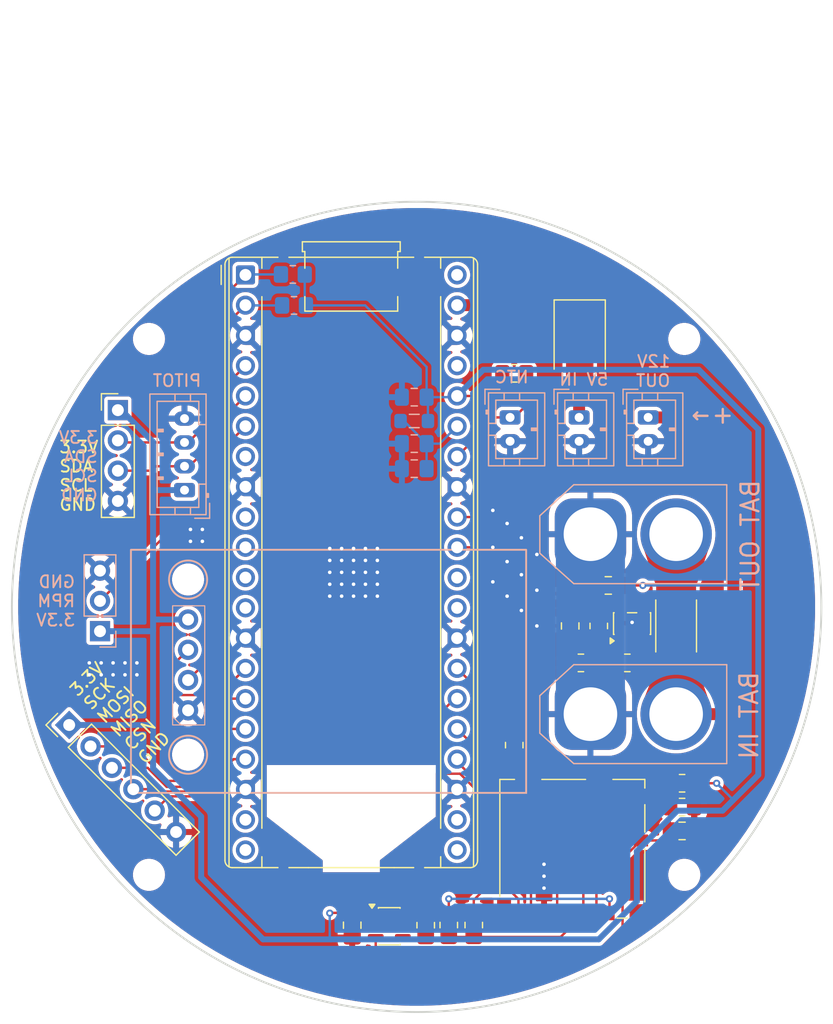
<source format=kicad_pcb>
(kicad_pcb
	(version 20241229)
	(generator "pcbnew")
	(generator_version "9.0")
	(general
		(thickness 1.6)
		(legacy_teardrops no)
	)
	(paper "A4")
	(layers
		(0 "F.Cu" signal)
		(2 "B.Cu" signal)
		(9 "F.Adhes" user "F.Adhesive")
		(11 "B.Adhes" user "B.Adhesive")
		(13 "F.Paste" user)
		(15 "B.Paste" user)
		(5 "F.SilkS" user "F.Silkscreen")
		(7 "B.SilkS" user "B.Silkscreen")
		(1 "F.Mask" user)
		(3 "B.Mask" user)
		(17 "Dwgs.User" user "User.Drawings")
		(19 "Cmts.User" user "User.Comments")
		(21 "Eco1.User" user "User.Eco1")
		(23 "Eco2.User" user "User.Eco2")
		(25 "Edge.Cuts" user)
		(27 "Margin" user)
		(31 "F.CrtYd" user "F.Courtyard")
		(29 "B.CrtYd" user "B.Courtyard")
		(35 "F.Fab" user)
		(33 "B.Fab" user)
		(39 "User.1" user)
		(41 "User.2" user)
		(43 "User.3" user)
		(45 "User.4" user)
	)
	(setup
		(pad_to_mask_clearance 0)
		(allow_soldermask_bridges_in_footprints no)
		(tenting front back)
		(grid_origin 134.95 93.5)
		(pcbplotparams
			(layerselection 0x00000000_00000000_55555555_5755f5ff)
			(plot_on_all_layers_selection 0x00000000_00000000_00000000_00000000)
			(disableapertmacros no)
			(usegerberextensions no)
			(usegerberattributes yes)
			(usegerberadvancedattributes yes)
			(creategerberjobfile yes)
			(dashed_line_dash_ratio 12.000000)
			(dashed_line_gap_ratio 3.000000)
			(svgprecision 4)
			(plotframeref no)
			(mode 1)
			(useauxorigin no)
			(hpglpennumber 1)
			(hpglpenspeed 20)
			(hpglpendiameter 15.000000)
			(pdf_front_fp_property_popups yes)
			(pdf_back_fp_property_popups yes)
			(pdf_metadata yes)
			(pdf_single_document no)
			(dxfpolygonmode yes)
			(dxfimperialunits yes)
			(dxfusepcbnewfont yes)
			(psnegative no)
			(psa4output no)
			(plot_black_and_white yes)
			(sketchpadsonfab no)
			(plotpadnumbers no)
			(hidednponfab no)
			(sketchdnponfab yes)
			(crossoutdnponfab yes)
			(subtractmaskfromsilk no)
			(outputformat 1)
			(mirror no)
			(drillshape 1)
			(scaleselection 1)
			(outputdirectory "")
		)
	)
	(net 0 "")
	(net 1 "/ISENSE_ADC")
	(net 2 "/SCL")
	(net 3 "unconnected-(A1-GPIO5-Pad7)")
	(net 4 "GND")
	(net 5 "unconnected-(A1-VBUS-Pad40)")
	(net 6 "Net-(A1-VSYS)")
	(net 7 "unconnected-(A1-GPIO8-Pad11)")
	(net 8 "/NTC_ADC")
	(net 9 "unconnected-(A1-GPIO15-Pad20)")
	(net 10 "/SD_MOSI")
	(net 11 "/VBAT_ADC")
	(net 12 "/SPI1_MISO")
	(net 13 "/UART0_RX")
	(net 14 "+3.3V")
	(net 15 "/SD_CLK")
	(net 16 "unconnected-(A1-GPIO6-Pad9)")
	(net 17 "/LC_SCK")
	(net 18 "unconnected-(A1-GPIO9-Pad12)")
	(net 19 "/UART0_TX")
	(net 20 "unconnected-(A1-GPIO7-Pad10)")
	(net 21 "/RPM")
	(net 22 "/SPI1_SCK")
	(net 23 "/SD_MISO")
	(net 24 "unconnected-(A1-GPIO14-Pad19)")
	(net 25 "unconnected-(A1-3V3_EN-Pad37)")
	(net 26 "/SDA")
	(net 27 "Net-(A1-ADC_VREF)")
	(net 28 "unconnected-(A1-RUN-Pad30)")
	(net 29 "/SD_CS")
	(net 30 "/SPI1_MOSI")
	(net 31 "unconnected-(A1-GPIO22-Pad29)")
	(net 32 "/SPI1_CSN")
	(net 33 "/LC_DT")
	(net 34 "/DET_B")
	(net 35 "+5V")
	(net 36 "+12V")
	(net 37 "Net-(J10-SHIELD)")
	(net 38 "/DET_A")
	(net 39 "Net-(J10-VDD)")
	(net 40 "Net-(J10-DAT1)")
	(net 41 "Net-(J10-DAT2)")
	(net 42 "Net-(R4-Pad1)")
	(net 43 "Net-(U2-QOD)")
	(net 44 "unconnected-(U2-CT-Pad4)")
	(net 45 "/BOUT_P")
	(footprint (layer "F.Cu") (at 115.75 105.9))
	(footprint "MountingHole:MountingHole_2.2mm_M2_ISO7380" (layer "F.Cu") (at 157.435996 115.985996))
	(footprint "Resistor_SMD:R_2512_6332Metric_Pad1.40x3.35mm_HandSolder" (layer "F.Cu") (at 156.75 95.1 -90))
	(footprint "Resistor_SMD:R_0805_2012Metric_Pad1.20x1.40mm_HandSolder" (layer "F.Cu") (at 143.15 105.1 90))
	(footprint "Resistor_SMD:R_0805_2012Metric_Pad1.20x1.40mm_HandSolder" (layer "F.Cu") (at 150.249999 95.1 90))
	(footprint "Resistor_SMD:R_0805_2012Metric_Pad1.20x1.40mm_HandSolder" (layer "F.Cu") (at 137.65 120.2 90))
	(footprint "MountingHole:MountingHole_2.2mm_M2_ISO7380" (layer "F.Cu") (at 112.464004 115.985996))
	(footprint "Resistor_SMD:R_0805_2012Metric_Pad1.20x1.40mm_HandSolder" (layer "F.Cu") (at 152.649999 98.2 180))
	(footprint "Connector_PinHeader_2.54mm:PinHeader_1x04_P2.54mm_Vertical" (layer "F.Cu") (at 109.85 76.99))
	(footprint "Diode_SMD:D_SMB" (layer "F.Cu") (at 148.65 71.4 -90))
	(footprint "Resistor_SMD:R_0805_2012Metric_Pad1.20x1.40mm_HandSolder" (layer "F.Cu") (at 157.25 110.3))
	(footprint "Connector_PinHeader_2.54mm:PinHeader_1x06_P2.54mm_Vertical" (layer "F.Cu") (at 105.761846 103.411846 45))
	(footprint "Module:RaspberryPi_Pico_Common_THT" (layer "F.Cu") (at 120.57 65.64))
	(footprint "Capacitor_SMD:C_0805_2012Metric_Pad1.18x1.45mm_HandSolder" (layer "F.Cu") (at 151.049999 91.7 180))
	(footprint "MountingHole:MountingHole_2.2mm_M2_ISO7380" (layer "F.Cu") (at 157.435996 71.014004))
	(footprint "MountingHole:MountingHole_2.2mm_M2_ISO7380" (layer "F.Cu") (at 112.464004 71.014004))
	(footprint "Package_TO_SOT_SMD:SOT-23-5" (layer "F.Cu") (at 153.049999 94.9 90))
	(footprint "Package_TO_SOT_SMD:SOT-23-6" (layer "F.Cu") (at 132.65 120.3))
	(footprint "Capacitor_SMD:C_0805_2012Metric_Pad1.18x1.45mm_HandSolder" (layer "F.Cu") (at 147.849999 95.1 90))
	(footprint (layer "F.Cu") (at 115.75 91.2))
	(footprint "Resistor_SMD:R_0805_2012Metric_Pad1.20x1.40mm_HandSolder" (layer "F.Cu") (at 139.75 120.2 90))
	(footprint "Connector_Card:microSD_HC_Molex_104031-0811" (layer "F.Cu") (at 148.05 113.8 180))
	(footprint "Resistor_SMD:R_0805_2012Metric_Pad1.20x1.40mm_HandSolder" (layer "F.Cu") (at 148.749999 98.2 180))
	(footprint "Capacitor_SMD:C_0805_2012Metric_Pad1.18x1.45mm_HandSolder" (layer "F.Cu") (at 157.25 112.3))
	(footprint "Capacitor_SMD:C_0805_2012Metric_Pad1.18x1.45mm_HandSolder" (layer "F.Cu") (at 129.5375 120.2125 -90))
	(footprint "Resistor_SMD:R_0805_2012Metric_Pad1.20x1.40mm_HandSolder" (layer "F.Cu") (at 157.25 108.3 180))
	(footprint "Resistor_SMD:R_0805_2012Metric_Pad1.20x1.40mm_HandSolder" (layer "F.Cu") (at 143.15 73.9))
	(footprint "Resistor_SMD:R_0805_2012Metric_Pad1.20x1.40mm_HandSolder" (layer "F.Cu") (at 135.7125 120.2125 -90))
	(footprint "Inductor_SMD:L_0805_2012Metric_Pad1.05x1.20mm_HandSolder" (layer "B.Cu") (at 134.75 77.9))
	(footprint "Connector_JST:JST_PH_B2B-PH-K_1x02_P2.00mm_Vertical" (layer "B.Cu") (at 154.4 77.6 -90))
	(footprint "HX711Module:HX711_Module_NoAnalog" (layer "B.Cu") (at 127.55 98.907))
	(footprint "Connector_AMASS:AMASS_XT60-F_1x02_P7.20mm_Vertical" (layer "B.Cu") (at 149.549999 87.4))
	(footprint "Connector_AMASS:AMASS_XT60-F_1x02_P7.20mm_Vertical" (layer "B.Cu") (at 149.550001 102.5))
	(footprint "Resistor_SMD:R_0805_2012Metric_Pad1.20x1.40mm_HandSolder" (layer "B.Cu") (at 124.55 65.6 180))
	(footprint "Connector_JST:JST_PH_B2B-PH-K_1x02_P2.00mm_Vertical" (layer "B.Cu") (at 148.6 77.6 -90))
	(footprint "Connector_JST:JST_PH_B4B-PH-K_1x04_P2.00mm_Vertical" (layer "B.Cu") (at 115.45 83.700001 90))
	(footprint "Connector_PinSocket_2.54mm:PinSocket_1x03_P2.54mm_Vertical" (layer "B.Cu") (at 108.35 95.54))
	(footprint "Capacitor_SMD:C_0805_2012Metric_Pad1.18x1.45mm_HandSolder" (layer "B.Cu") (at 134.75 75.9 180))
	(footprint "Capacitor_SMD:C_0805_2012Metric_Pad1.18x1.45mm_HandSolder" (layer "B.Cu") (at 134.75 79.8 180))
	(footprint "Connector_JST:JST_PH_B2B-PH-K_1x02_P2.00mm_Vertical"
		(layer "B.Cu")
		(uuid "f3a0eb19-f3b9-4e3e-9800-213b15b3be22")
		(at 142.8 77.6 -90)
		(descr "JST PH series connector, B2B-PH-K (http://www.jst-mfg.com/product/pdf/eng/ePH.pdf), generated with kicad-footprint-generator")
		(tags "connector JST PH vertical")
		(property "Reference" "J9"
			(at 1 2.9 90)
			(layer "B.SilkS")
			(hide yes)
			(uuid "490133e5-5328-47dc-8e81-b3bd26aeeeba")
			(effects
				(font
					(size 1 1)
					(thickness 0.15)
				)
				(justify mirror)
			)
		)
		(property "Value" "NTC"
			(at 1 -4 90)
			(layer "B.Fab")
			(uuid "805da15e-45f7-442e-b097-d9a1567d1757")
			(effects
				(font
					(size 1 1)
					(thickness 0.15)
				)
				(justify mirror)
			)
		)
		(property "Datasheet" "~"
			(at 0 0 90)
			(layer "B.Fab")
			(hide yes)
			(uuid "c05f2715-103a-48fe-b0ba-e7b725ca1798")
			(effects
				(font
					(size 1.27 1.27)
					(thickness 0.15)
				)
				(justify mirror)
			)
		)
		(property "Description" "Generic connector, single row, 01x02, script generated (kicad-library-utils/schlib/autogen/connector/)"
			(at 0 0 90)
			(layer "B.Fab")
			(hide yes)
			(uuid "8f9710f1-e629-4c86-9a65-0012f745a9e1")
			(effects
				(font
					(size 1.27 1.27)
					(thickness 0.15)
				)
				(justify mirror)
			)
		)
		(property ki_fp_filters "Connector*:*_1x??_*")
		(path "/e2d82743-21ff-464c-8ad7-c58cbb19ecd3")
		(sheetname "/")
		(sheetfile "scheda_banco_prova.kicad_sch")
		(attr through_hole)
		(fp_line
			(start -2.36 2.11)
			(end -2.36 0.86)
			(stroke
				(width 0.12)
				(type solid)
			)
			(layer "B.SilkS")
			(uuid "6310c8f3-e05e-4b0c-91fc-9a0479ddab91")
		)
		(fp_line
			(start -1.11 2.11)
			(end -2.36 2.11)
			(stroke
				(width 0.12)
				(type solid)
			)
			(layer "B.SilkS")
			(uuid "dc734efb-9744-4327-a2d5-c9ae89b84590")
		)
		(fp_line
			(start -0.6 2.01)
			(end -0.6 1.81)
			(stroke
				(width 0.12)
				(type solid)
			)
			(layer "B.SilkS")
			(uuid "c3933919-99b2-44da-82a8-040c3acba935")
		)
		(fp_line
			(start -0.3 2.01)
			(end -0.6 2.01)
			(stroke
				(width 0.12)
				(type solid)
			)
			(layer "B.SilkS")
			(uuid "b0e0563d-f471-44de-97eb-e59cc0d85834")
		)
		(fp_line
			(start -0.3 1.91)
			(end -0.6 1.91)
			(stroke
				(width 0.12)
				(type solid)
			)
			(layer "B.SilkS")
			(uuid "6b742d73-ffa3-4136-9e67-8a3d8b337c3a")
		)
		(fp_line
			(start -0.3 1.81)
			(end -0.3 2.01)
			(stroke
				(width 0.12)
				(type solid)
			)
			(layer "B.SilkS")
			(uuid "d8c07f49-038a-43e3-bc3d-ffc26d730c34")
		)
		(fp_line
			(start 0.5 1.81)
			(end 0.5 1.2)
			(stroke
				(width 0.12)
				(type solid)
			)
			(layer "B.SilkS")
			(uuid "145dba4b-3789-4798-aaaa-35325b1d8047")
		)
		(fp_line
			(start -1.45 1.2)
			(end -1.45 -2.3)
			(stroke
				(width 0.12)
				(type solid)
			)
			(layer "B.SilkS")
			(uuid "4e63117a-2193-4440-90b9-14ab094225ea")
		)
		(fp_line
			(start 0.5 1.2)
			(end -1.45 1.2)
			(stroke
				(width 0.12)
				(type solid)
			)
			(layer "B.SilkS")
			(uuid "77306f22-0383-4040-ae20-28b06abadef1")
		)
		(fp_line
			(start 1.5 1.2)
			(end 1.5 1.81)
			(stroke
				(width 0.12)
				(type solid)
			)
			(layer "B.SilkS")
			(uuid "0c69cf98-0621-4283-b4cf-5a899d821f05")
		)
		(fp_line
			(start 3.45 1.2)
			(end 1.5 1.2)
			(stroke
				(width 0.12)
				(type solid)
			)
			(layer "B.SilkS")
			(uuid "db5770e6-b475-47f4-b952-51cea6c5f352")
		)
		(fp_line
			(start -2.06 0.5)
			(end -1.45 0.5)
			(stroke
				(width 0.12)
				(type solid)
			)
			(layer "B.SilkS")
			(uuid "104f6959-3079-44c7-bc44-97134993c60a")
		)
		(fp_line
			(start 4.06 0.5)
			(end 3.45 0.5)
			(stroke
				(width 0.12)
				(type solid)
			)
			(layer "B.SilkS")
			(uuid "bd603205-31ef-450a-95fb-4f58e266e46f")
		)
		(fp_line
			(start -2.06 -0.8)
			(end -1.45 -0.8)
			(stroke
				(width 0.12)
				(type solid)
			)
			(layer "B.SilkS")
			(uuid "b90829a9-1bd0-4238-a692-4e64639385b7")
		)
		(fp_line
			(start 4.06 -0.8)
			(end 3.45 -0.8)
			(stroke
				(width 0.12)
				(type solid)
			)
			(layer "B.SilkS")
			(uuid "3d3dde06-50a0-47a7-98ae-51f035761fe9")
		)
		(fp_line
			(start 0.9 -1.8)
			(end 1.1 -1.8)
			(stroke
				(width 0.12)
				(type solid)
			)
			(layer "B.SilkS")
			(uuid "289cc77b-43b4-4f25-b8b7-bff8fa8415e2")
		)
		(fp_line
			(start 1.1 -1.8)
			(end 1.1 -2.3)
			(stroke
				(width 0.12)
				(type solid)
			)
			(layer "B.SilkS")
			(uuid "a366e7a0-b5d6-4d3a-8672-eb206a7c1264")
		)
		(fp_line
			(start -1.45 -2.3)
			(end 3.45 -2.3)
			(stroke
				(width 0.12)
				(type solid)
			)
			(layer "B.SilkS")
			(uuid "1dd4e501-6bad-4ce1-a488-e21ab239a75e")
		)
		(fp_line
			(start 0.9 -2.3)
			(end 0.9 -1.8)
			(stroke
				(width 0.12)
				(type solid)
			)
			(layer "B.SilkS")
			(uuid "c758541a-4260-486b-b414-56a314dcfff4")
		)
		(fp_line
			(start 1 -2.3)
			(end 1 -1.8)
			(stroke
				(width 0.12)
				(type solid)
			)
			(layer "B.SilkS")
			(uuid "6b2e6952-5dc4-43d5-864e-aca266523385")
		)
		(fp_line
			(start 3.45 -2.3)
			(end 3.45 1.2)
			(stroke
				(width 0.12)
				(type solid)
			)
			(layer "B.SilkS")
			(uuid "67939399-a27f-46c3-b299-79b13192a52c")
		)
		(fp_rect
			(start -2.06 1.81)
			(end 4.06 -2.91)
			(stroke
				(width 0.12)
				(type solid)
			)
			(fill no)
			(layer "B.SilkS")
			(uuid "0c63dadf-a550-417a-ad7f-a33eb7581d2f")
		)
		(fp_rect
			(start -2.45 2.2)
			(end 4.45 -3.3)
			(stroke
				(width 0.05)
				(type solid)
			)
			(fill no)
			(layer "B.CrtYd")
			(uuid "90b263ae-b6f3-4015-aa7d-3c16a084bed7")
		)
		(fp_line
			(start -2.36 2.11)
			(end -2.36 0.86)
			(stroke
				(width 0.1)
				(type solid)
			)
			(layer "B.Fab")
			(uuid "7a51d649-80c4-4815-a97f-91b728f6d1d2")
		)
		(fp_line
			(start -1.11 2.11)
			(end -2.36 2.11)
			(stroke
				(width 0.1)
				(type solid)
			)
			(layer "B.Fab")
			(uuid "13e67366-2ab8-46cf-b007-2b34687308
... [405519 chars truncated]
</source>
